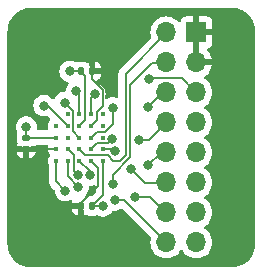
<source format=gbr>
%TF.GenerationSoftware,KiCad,Pcbnew,7.0.1-0*%
%TF.CreationDate,2023-05-08T09:26:49+02:00*%
%TF.ProjectId,KLST_SOIL,4b4c5354-5f53-44f4-994c-2e6b69636164,rev?*%
%TF.SameCoordinates,Original*%
%TF.FileFunction,Copper,L1,Top*%
%TF.FilePolarity,Positive*%
%FSLAX46Y46*%
G04 Gerber Fmt 4.6, Leading zero omitted, Abs format (unit mm)*
G04 Created by KiCad (PCBNEW 7.0.1-0) date 2023-05-08 09:26:49*
%MOMM*%
%LPD*%
G01*
G04 APERTURE LIST*
G04 Aperture macros list*
%AMRoundRect*
0 Rectangle with rounded corners*
0 $1 Rounding radius*
0 $2 $3 $4 $5 $6 $7 $8 $9 X,Y pos of 4 corners*
0 Add a 4 corners polygon primitive as box body*
4,1,4,$2,$3,$4,$5,$6,$7,$8,$9,$2,$3,0*
0 Add four circle primitives for the rounded corners*
1,1,$1+$1,$2,$3*
1,1,$1+$1,$4,$5*
1,1,$1+$1,$6,$7*
1,1,$1+$1,$8,$9*
0 Add four rect primitives between the rounded corners*
20,1,$1+$1,$2,$3,$4,$5,0*
20,1,$1+$1,$4,$5,$6,$7,0*
20,1,$1+$1,$6,$7,$8,$9,0*
20,1,$1+$1,$8,$9,$2,$3,0*%
G04 Aperture macros list end*
%TA.AperFunction,SMDPad,CuDef*%
%ADD10RoundRect,0.140000X0.140000X0.170000X-0.140000X0.170000X-0.140000X-0.170000X0.140000X-0.170000X0*%
%TD*%
%TA.AperFunction,SMDPad,CuDef*%
%ADD11RoundRect,0.140000X-0.140000X-0.170000X0.140000X-0.170000X0.140000X0.170000X-0.140000X0.170000X0*%
%TD*%
%TA.AperFunction,ComponentPad*%
%ADD12R,1.700000X1.700000*%
%TD*%
%TA.AperFunction,ComponentPad*%
%ADD13O,1.700000X1.700000*%
%TD*%
%TA.AperFunction,SMDPad,CuDef*%
%ADD14RoundRect,0.140000X0.170000X-0.140000X0.170000X0.140000X-0.170000X0.140000X-0.170000X-0.140000X0*%
%TD*%
%TA.AperFunction,SMDPad,CuDef*%
%ADD15C,0.370000*%
%TD*%
%TA.AperFunction,ViaPad*%
%ADD16C,0.800000*%
%TD*%
%TA.AperFunction,Conductor*%
%ADD17C,0.200000*%
%TD*%
G04 APERTURE END LIST*
D10*
%TO.P,C1,1*%
%TO.N,+3V3*%
X133180000Y-94400000D03*
%TO.P,C1,2*%
%TO.N,GND*%
X132220000Y-94400000D03*
%TD*%
D11*
%TO.P,C3,1*%
%TO.N,+3V3*%
X132220000Y-105800000D03*
%TO.P,C3,2*%
%TO.N,GND*%
X133180000Y-105800000D03*
%TD*%
D12*
%TO.P,J1,1,Pin_1*%
%TO.N,+3V3*%
X142000000Y-91100000D03*
D13*
%TO.P,J1,2,Pin_2*%
%TO.N,IO0*%
X139460000Y-91100000D03*
%TO.P,J1,3,Pin_3*%
%TO.N,+3V3*%
X142000000Y-93640000D03*
%TO.P,J1,4,Pin_4*%
%TO.N,ID1*%
X139460000Y-93640000D03*
%TO.P,J1,5,Pin_5*%
%TO.N,RST*%
X142000000Y-96180000D03*
%TO.P,J1,6,Pin_6*%
%TO.N,ID2*%
X139460000Y-96180000D03*
%TO.P,J1,7,Pin_7*%
%TO.N,NCS*%
X142000000Y-98720000D03*
%TO.P,J1,8,Pin_8*%
%TO.N,ID3*%
X139460000Y-98720000D03*
%TO.P,J1,9,Pin_9*%
%TO.N,CLK*%
X142000000Y-101260000D03*
%TO.P,J1,10,Pin_10*%
%TO.N,ID4*%
X139460000Y-101260000D03*
%TO.P,J1,11,Pin_11*%
%TO.N,DQS*%
X142000000Y-103800000D03*
%TO.P,J1,12,Pin_12*%
%TO.N,ID5*%
X139460000Y-103800000D03*
%TO.P,J1,13,Pin_13*%
%TO.N,GND*%
X142000000Y-106340000D03*
%TO.P,J1,14,Pin_14*%
%TO.N,ID6*%
X139460000Y-106340000D03*
%TO.P,J1,15,Pin_15*%
%TO.N,GND*%
X142000000Y-108880000D03*
%TO.P,J1,16,Pin_16*%
%TO.N,ID7*%
X139460000Y-108880000D03*
%TD*%
D14*
%TO.P,C2,1*%
%TO.N,+3V3*%
X127600000Y-100980000D03*
%TO.P,C2,2*%
%TO.N,GND*%
X127600000Y-100020000D03*
%TD*%
D15*
%TO.P,U2,A2,NC*%
%TO.N,unconnected-(U2-NC-PadA2)*%
X131100000Y-98000000D03*
%TO.P,U2,A3,~{CE(CS)}*%
%TO.N,NCS*%
X132100000Y-98000000D03*
%TO.P,U2,A4,~{RST}*%
%TO.N,RST*%
X133100000Y-98000000D03*
%TO.P,U2,A5,NC*%
%TO.N,unconnected-(U2-NC-PadA5)*%
X134100000Y-98000000D03*
%TO.P,U2,B1,NC*%
%TO.N,unconnected-(U2-NC-PadB1)*%
X130100000Y-99000000D03*
%TO.P,U2,B2,CLK*%
%TO.N,CLK*%
X131100000Y-99000000D03*
%TO.P,U2,B3,VSS*%
%TO.N,GND*%
X132100000Y-99000000D03*
%TO.P,U2,B4,VDD*%
%TO.N,+3V3*%
X133100000Y-99000000D03*
%TO.P,U2,B5,NC*%
%TO.N,unconnected-(U2-NC-PadB5)*%
X134100000Y-99000000D03*
%TO.P,U2,C1,VSSQ*%
%TO.N,GND*%
X130100000Y-100000000D03*
%TO.P,U2,C2,RSU*%
%TO.N,unconnected-(U2-RSU-PadC2)*%
X131100000Y-100000000D03*
%TO.P,U2,C3,DQS/DM(RWDS)*%
%TO.N,DQS*%
X132100000Y-100000000D03*
%TO.P,U2,C4,ADQ2*%
%TO.N,ID2*%
X133100000Y-100000000D03*
%TO.P,U2,C5,NC*%
%TO.N,unconnected-(U2-NC-PadC5)*%
X134100000Y-100000000D03*
%TO.P,U2,D1,VDDQ*%
%TO.N,+3V3*%
X130100000Y-101000000D03*
%TO.P,U2,D2,ADQ1*%
%TO.N,ID1*%
X131100000Y-101000000D03*
%TO.P,U2,D3,ADQ0*%
%TO.N,IO0*%
X132100000Y-101000000D03*
%TO.P,U2,D4,ADQ3*%
%TO.N,ID3*%
X133100000Y-101000000D03*
%TO.P,U2,D5,ADQ4*%
%TO.N,ID4*%
X134100000Y-101000000D03*
%TO.P,U2,E1,ADQ7*%
%TO.N,ID7*%
X130100000Y-102000000D03*
%TO.P,U2,E2,ADQ6*%
%TO.N,ID6*%
X131100000Y-102000000D03*
%TO.P,U2,E3,ADQ5*%
%TO.N,ID5*%
X132100000Y-102000000D03*
%TO.P,U2,E4,VDDQ*%
%TO.N,+3V3*%
X133100000Y-102000000D03*
%TO.P,U2,E5,VSSQ*%
%TO.N,GND*%
X134100000Y-102000000D03*
%TD*%
D16*
%TO.N,ID1*%
X131944622Y-103155378D03*
X134929472Y-103901000D03*
%TO.N,RST*%
X137986311Y-95060311D03*
X133400500Y-96301464D03*
%TO.N,GND*%
X127600000Y-99100000D03*
X131300000Y-94400000D03*
X134086455Y-105800000D03*
%TO.N,ID2*%
X134900999Y-97501283D03*
X137922000Y-97400000D03*
%TO.N,NCS*%
X131839243Y-96060757D03*
%TO.N,ID3*%
X137100000Y-100200000D03*
X134882425Y-100124297D03*
%TO.N,CLK*%
X129100000Y-97300000D03*
%TO.N,ID4*%
X137922000Y-102362000D03*
X135100218Y-101099782D03*
%TO.N,DQS*%
X130850000Y-97050000D03*
%TO.N,ID5*%
X136422229Y-102640229D03*
X132967487Y-103189000D03*
%TO.N,ID6*%
X132000000Y-104200000D03*
X136800000Y-105000000D03*
%TO.N,ID7*%
X135100000Y-105300000D03*
X130900000Y-104500000D03*
%TD*%
D17*
%TO.N,IO0*%
X139460000Y-91125000D02*
X136000999Y-94584001D01*
X134504099Y-101492906D02*
X132592906Y-101492906D01*
X134969971Y-101958778D02*
X134504099Y-101492906D01*
X132592906Y-101492906D02*
X132100000Y-101000000D01*
X136000999Y-94584001D02*
X136000999Y-101507236D01*
X136000999Y-101507236D02*
X135549457Y-101958778D01*
X135549457Y-101958778D02*
X134969971Y-101958778D01*
%TO.N,ID1*%
X131600500Y-101500500D02*
X131600500Y-102811256D01*
X131600500Y-102811256D02*
X131944622Y-103155378D01*
X134929472Y-103143743D02*
X134929472Y-103901000D01*
X136400500Y-95522419D02*
X136400500Y-101672715D01*
X139460000Y-93665000D02*
X138257919Y-93665000D01*
X136400500Y-101672715D02*
X134929472Y-103143743D01*
X131100000Y-101000000D02*
X131600500Y-101500500D01*
X138257919Y-93665000D02*
X136400500Y-95522419D01*
%TO.N,RST*%
X133100000Y-98000000D02*
X133100000Y-96601964D01*
X140795000Y-95000000D02*
X138046622Y-95000000D01*
X142000000Y-96205000D02*
X140795000Y-95000000D01*
X133100000Y-96601964D02*
X133400500Y-96301464D01*
X138046622Y-95000000D02*
X137986311Y-95060311D01*
%TO.N,GND*%
X127600000Y-100020000D02*
X127600000Y-99100000D01*
X132100000Y-99000000D02*
X132600000Y-98500000D01*
X132600000Y-94780000D02*
X132220000Y-94400000D01*
X134100000Y-104880000D02*
X133180000Y-105800000D01*
X132220000Y-94400000D02*
X131300000Y-94400000D01*
X130100000Y-100000000D02*
X127620000Y-100000000D01*
X133180000Y-105800000D02*
X134086455Y-105800000D01*
X127620000Y-100000000D02*
X127600000Y-100020000D01*
X134100000Y-102000000D02*
X134100000Y-104880000D01*
X132600000Y-98500000D02*
X132600000Y-94780000D01*
%TO.N,+3V3*%
X133180000Y-95080000D02*
X134100000Y-96000000D01*
X132220000Y-105800000D02*
X132220000Y-105580000D01*
X133100000Y-102000000D02*
X133700000Y-102600000D01*
X130100000Y-101000000D02*
X127620000Y-101000000D01*
X133600000Y-98500000D02*
X133100000Y-99000000D01*
X132220000Y-105580000D02*
X133700000Y-104100000D01*
X134100000Y-97314106D02*
X133600000Y-97814106D01*
X134100000Y-96000000D02*
X134100000Y-97314106D01*
X133180000Y-94400000D02*
X133180000Y-95080000D01*
X133600000Y-97814106D02*
X133600000Y-98500000D01*
X127620000Y-101000000D02*
X127600000Y-100980000D01*
X133700000Y-102600000D02*
X133700000Y-104100000D01*
%TO.N,ID2*%
X134900999Y-98884895D02*
X134900999Y-97501283D01*
X134270894Y-99515000D02*
X134900999Y-98884895D01*
X133585000Y-99515000D02*
X134270894Y-99515000D01*
X133100000Y-100000000D02*
X133585000Y-99515000D01*
X139460000Y-96205000D02*
X139117000Y-96205000D01*
X139117000Y-96205000D02*
X137922000Y-97400000D01*
%TO.N,NCS*%
X132100000Y-98000000D02*
X132100000Y-96321514D01*
X132100000Y-96321514D02*
X131839243Y-96060757D01*
%TO.N,ID3*%
X139460000Y-98745000D02*
X138005000Y-100200000D01*
X133100000Y-101000000D02*
X133600000Y-100500000D01*
X134506722Y-100500000D02*
X134882425Y-100124297D01*
X138005000Y-100200000D02*
X137100000Y-100200000D01*
X133600000Y-100500000D02*
X134506722Y-100500000D01*
%TO.N,CLK*%
X129400000Y-97300000D02*
X129100000Y-97300000D01*
X131100000Y-99000000D02*
X129400000Y-97300000D01*
%TO.N,ID4*%
X134100000Y-101000000D02*
X135000436Y-101000000D01*
X135000436Y-101000000D02*
X135100218Y-101099782D01*
X138999000Y-101285000D02*
X137922000Y-102362000D01*
X139460000Y-101285000D02*
X138999000Y-101285000D01*
%TO.N,DQS*%
X132100000Y-100000000D02*
X131585000Y-99485000D01*
X131585000Y-99485000D02*
X131585000Y-97785000D01*
X131585000Y-97785000D02*
X130850000Y-97050000D01*
%TO.N,ID5*%
X132100000Y-102000000D02*
X132967487Y-102867487D01*
X132967487Y-102867487D02*
X132967487Y-103189000D01*
X139460000Y-103825000D02*
X137607000Y-103825000D01*
X137607000Y-103825000D02*
X136422229Y-102640229D01*
%TO.N,ID6*%
X131100000Y-103300000D02*
X132000000Y-104200000D01*
X131100000Y-102000000D02*
X131100000Y-103300000D01*
X138095000Y-105000000D02*
X136800000Y-105000000D01*
X139460000Y-106365000D02*
X138095000Y-105000000D01*
%TO.N,ID7*%
X130100000Y-102000000D02*
X130100000Y-103700000D01*
X139460000Y-108880000D02*
X135880000Y-105300000D01*
X130100000Y-103700000D02*
X130900000Y-104500000D01*
X135880000Y-105300000D02*
X135100000Y-105300000D01*
%TD*%
%TA.AperFunction,Conductor*%
%TO.N,+3V3*%
G36*
X133443035Y-104024801D02*
G01*
X133484473Y-104069628D01*
X133499500Y-104128796D01*
X133499500Y-104579902D01*
X133490061Y-104627355D01*
X133463181Y-104667583D01*
X133177584Y-104953181D01*
X133137356Y-104980061D01*
X133089903Y-104989500D01*
X132975310Y-104989500D01*
X132963208Y-104990452D01*
X132939003Y-104992357D01*
X132768562Y-105041876D01*
X132768395Y-105041304D01*
X132716591Y-105054545D01*
X132650620Y-105032878D01*
X132606641Y-104979142D01*
X132598445Y-104910190D01*
X132628601Y-104847643D01*
X132732533Y-104732216D01*
X132827179Y-104568284D01*
X132885674Y-104388256D01*
X132905403Y-104200537D01*
X132925923Y-104144160D01*
X132970509Y-104104015D01*
X133028724Y-104089500D01*
X133062135Y-104089500D01*
X133185571Y-104063262D01*
X133247290Y-104050144D01*
X133304211Y-104024801D01*
X133325064Y-104015517D01*
X133385229Y-104005178D01*
X133443035Y-104024801D01*
G37*
%TD.AperFunction*%
%TA.AperFunction,Conductor*%
G36*
X144989829Y-89000764D02*
G01*
X145068476Y-89005919D01*
X145069046Y-89005958D01*
X145247474Y-89018727D01*
X145262796Y-89020791D01*
X145373534Y-89042817D01*
X145375399Y-89043206D01*
X145516135Y-89073820D01*
X145529607Y-89077559D01*
X145643088Y-89116080D01*
X145646427Y-89117268D01*
X145774724Y-89165120D01*
X145786216Y-89170082D01*
X145896172Y-89224306D01*
X145900672Y-89226643D01*
X146018410Y-89290931D01*
X146027852Y-89296648D01*
X146130883Y-89365490D01*
X146136230Y-89369274D01*
X146242655Y-89448942D01*
X146250077Y-89454960D01*
X146343630Y-89537003D01*
X146349533Y-89542532D01*
X146443253Y-89636252D01*
X146448800Y-89642174D01*
X146530814Y-89735693D01*
X146536853Y-89743141D01*
X146616493Y-89849526D01*
X146620328Y-89854946D01*
X146689139Y-89957928D01*
X146694869Y-89967392D01*
X146759117Y-90085054D01*
X146761497Y-90089636D01*
X146815710Y-90199567D01*
X146820680Y-90211079D01*
X146868497Y-90339282D01*
X146869734Y-90342755D01*
X146892278Y-90409166D01*
X146896692Y-90422170D01*
X146908232Y-90456163D01*
X146911979Y-90469666D01*
X146942560Y-90610250D01*
X146943011Y-90612415D01*
X146965002Y-90722968D01*
X146967069Y-90738314D01*
X146979945Y-90918342D01*
X146979995Y-90919077D01*
X146985020Y-90995735D01*
X146985286Y-91003846D01*
X146985286Y-108981734D01*
X146985020Y-108989845D01*
X146979832Y-109068992D01*
X146979782Y-109069726D01*
X146967079Y-109247360D01*
X146965012Y-109262706D01*
X146942852Y-109374112D01*
X146942401Y-109376278D01*
X146912006Y-109516008D01*
X146908260Y-109529508D01*
X146869575Y-109643470D01*
X146868350Y-109646912D01*
X146820729Y-109774588D01*
X146815759Y-109786098D01*
X146761349Y-109896431D01*
X146758969Y-109901014D01*
X146694943Y-110018269D01*
X146689214Y-110027732D01*
X146620176Y-110131056D01*
X146616340Y-110136476D01*
X146536970Y-110242502D01*
X146530931Y-110249951D01*
X146448657Y-110343766D01*
X146443110Y-110349688D01*
X146349688Y-110443110D01*
X146343766Y-110448657D01*
X146249951Y-110530931D01*
X146242502Y-110536970D01*
X146136476Y-110616340D01*
X146131056Y-110620176D01*
X146027732Y-110689214D01*
X146018269Y-110694943D01*
X145901014Y-110758969D01*
X145896431Y-110761349D01*
X145786098Y-110815759D01*
X145774588Y-110820729D01*
X145646912Y-110868350D01*
X145643470Y-110869575D01*
X145529509Y-110908260D01*
X145516008Y-110912006D01*
X145376278Y-110942401D01*
X145374112Y-110942852D01*
X145262706Y-110965012D01*
X145247360Y-110967079D01*
X145069726Y-110979782D01*
X145068992Y-110979832D01*
X144989845Y-110985020D01*
X144981734Y-110985286D01*
X128004053Y-110985286D01*
X127995942Y-110985020D01*
X127916005Y-110979780D01*
X127915276Y-110979730D01*
X127738537Y-110967098D01*
X127723185Y-110965031D01*
X127610906Y-110942697D01*
X127608740Y-110942246D01*
X127469896Y-110912042D01*
X127456395Y-110908295D01*
X127341902Y-110869429D01*
X127338427Y-110868192D01*
X127211319Y-110820783D01*
X127199810Y-110815813D01*
X127089069Y-110761202D01*
X127084485Y-110758822D01*
X126967653Y-110695027D01*
X126958194Y-110689300D01*
X126854518Y-110620025D01*
X126849107Y-110616196D01*
X126743420Y-110537078D01*
X126735972Y-110531040D01*
X126641870Y-110448515D01*
X126635948Y-110442968D01*
X126542823Y-110349843D01*
X126537288Y-110343934D01*
X126454748Y-110249814D01*
X126448710Y-110242366D01*
X126369595Y-110136680D01*
X126365760Y-110131260D01*
X126296495Y-110027597D01*
X126290769Y-110018141D01*
X126226977Y-109901313D01*
X126224598Y-109896731D01*
X126169974Y-109785964D01*
X126165004Y-109774453D01*
X126117594Y-109647340D01*
X126116395Y-109643972D01*
X126077497Y-109529380D01*
X126073751Y-109515881D01*
X126043540Y-109376999D01*
X126043099Y-109374880D01*
X126020762Y-109262579D01*
X126018699Y-109247263D01*
X126006182Y-109072231D01*
X126006131Y-109071496D01*
X126000765Y-108989621D01*
X126000500Y-108981512D01*
X126000500Y-106050000D01*
X131441210Y-106050000D01*
X131442854Y-106070915D01*
X131487967Y-106226194D01*
X131570281Y-106365379D01*
X131684620Y-106479718D01*
X131823803Y-106562031D01*
X131970000Y-106604504D01*
X131970000Y-106050000D01*
X131441210Y-106050000D01*
X126000500Y-106050000D01*
X126000500Y-101230000D01*
X126795496Y-101230000D01*
X126837968Y-101376196D01*
X126920281Y-101515379D01*
X127034620Y-101629718D01*
X127173805Y-101712032D01*
X127329082Y-101757144D01*
X127349999Y-101758790D01*
X127350000Y-101758790D01*
X127350000Y-101230000D01*
X127850000Y-101230000D01*
X127850000Y-101758790D01*
X127870915Y-101757145D01*
X128026194Y-101712032D01*
X128165379Y-101629718D01*
X128279718Y-101515379D01*
X128362031Y-101376196D01*
X128404504Y-101230000D01*
X127850000Y-101230000D01*
X127350000Y-101230000D01*
X126795496Y-101230000D01*
X126000500Y-101230000D01*
X126000500Y-99100000D01*
X126694540Y-99100000D01*
X126701399Y-99165256D01*
X126714326Y-99288257D01*
X126772820Y-99468284D01*
X126819425Y-99549006D01*
X126835140Y-99596109D01*
X126831115Y-99645601D01*
X126798317Y-99758495D01*
X126792357Y-99779008D01*
X126789500Y-99815312D01*
X126789500Y-100224688D01*
X126792357Y-100260996D01*
X126837504Y-100416391D01*
X126837505Y-100416393D01*
X126837506Y-100416395D01*
X126849910Y-100437369D01*
X126867178Y-100500488D01*
X126849912Y-100563609D01*
X126837968Y-100583805D01*
X126795496Y-100730000D01*
X127101647Y-100730000D01*
X127164768Y-100747268D01*
X127173605Y-100752494D01*
X127329003Y-100797642D01*
X127329007Y-100797643D01*
X127365310Y-100800500D01*
X127834688Y-100800500D01*
X127834690Y-100800500D01*
X127870993Y-100797643D01*
X128026395Y-100752494D01*
X128035231Y-100747268D01*
X128098353Y-100730000D01*
X128404505Y-100730000D01*
X128411027Y-100721312D01*
X128410052Y-100702222D01*
X128432873Y-100650048D01*
X128476609Y-100613576D01*
X128532034Y-100600500D01*
X129339258Y-100600500D01*
X129396884Y-100614703D01*
X129441308Y-100654060D01*
X129462354Y-100709553D01*
X129455200Y-100768471D01*
X129430020Y-100834864D01*
X129409968Y-100999999D01*
X129430020Y-101165135D01*
X129489008Y-101320673D01*
X129563862Y-101429119D01*
X129583306Y-101474756D01*
X129583306Y-101524362D01*
X129563863Y-101569998D01*
X129488561Y-101679092D01*
X129429531Y-101834743D01*
X129409464Y-102000000D01*
X129429531Y-102165256D01*
X129491442Y-102328503D01*
X129499500Y-102372474D01*
X129499500Y-103652513D01*
X129498439Y-103668699D01*
X129494317Y-103700000D01*
X129499500Y-103739360D01*
X129499500Y-103739361D01*
X129514956Y-103856762D01*
X129575463Y-104002840D01*
X129671716Y-104128281D01*
X129696768Y-104147503D01*
X129708964Y-104158199D01*
X129958065Y-104407300D01*
X129987269Y-104453583D01*
X129991255Y-104487241D01*
X129993178Y-104487039D01*
X129994540Y-104499999D01*
X129994540Y-104500000D01*
X130001717Y-104568284D01*
X130014326Y-104688257D01*
X130072820Y-104868284D01*
X130167466Y-105032216D01*
X130294129Y-105172889D01*
X130447269Y-105284151D01*
X130620197Y-105361144D01*
X130805352Y-105400500D01*
X130805354Y-105400500D01*
X130994646Y-105400500D01*
X130994648Y-105400500D01*
X131121178Y-105373605D01*
X131179803Y-105361144D01*
X131249380Y-105330166D01*
X131293935Y-105310329D01*
X131362806Y-105300986D01*
X131425885Y-105330166D01*
X131463356Y-105388700D01*
X131463448Y-105458202D01*
X131442855Y-105529085D01*
X131441209Y-105549999D01*
X131441210Y-105550000D01*
X132275500Y-105550000D01*
X132337500Y-105566613D01*
X132382887Y-105612000D01*
X132399500Y-105674000D01*
X132399500Y-106034688D01*
X132402357Y-106070996D01*
X132447505Y-106226394D01*
X132452732Y-106235232D01*
X132470000Y-106298353D01*
X132470000Y-106604504D01*
X132616193Y-106562032D01*
X132636383Y-106550091D01*
X132699506Y-106532821D01*
X132762629Y-106550089D01*
X132783605Y-106562494D01*
X132939003Y-106607642D01*
X132939007Y-106607643D01*
X132975310Y-106610500D01*
X133384688Y-106610500D01*
X133384690Y-106610500D01*
X133420993Y-106607643D01*
X133538075Y-106573626D01*
X133581105Y-106568990D01*
X133623107Y-106579424D01*
X133806652Y-106661144D01*
X133991807Y-106700500D01*
X133991809Y-106700500D01*
X134181101Y-106700500D01*
X134181103Y-106700500D01*
X134304538Y-106674262D01*
X134366258Y-106661144D01*
X134539185Y-106584151D01*
X134682376Y-106480117D01*
X134692325Y-106472889D01*
X134818987Y-106332217D01*
X134838539Y-106298353D01*
X134862047Y-106257634D01*
X134896548Y-106219317D01*
X134943653Y-106198345D01*
X134995215Y-106198345D01*
X135005354Y-106200500D01*
X135194646Y-106200500D01*
X135194648Y-106200500D01*
X135318083Y-106174262D01*
X135379803Y-106161144D01*
X135552730Y-106084151D01*
X135618909Y-106036068D01*
X135672392Y-106013915D01*
X135730109Y-106018457D01*
X135779472Y-106048707D01*
X138127233Y-108396468D01*
X138159327Y-108452055D01*
X138159327Y-108516242D01*
X138124936Y-108644592D01*
X138104340Y-108880000D01*
X138124936Y-109115407D01*
X138125338Y-109116906D01*
X138186097Y-109343663D01*
X138285965Y-109557830D01*
X138421505Y-109751401D01*
X138588599Y-109918495D01*
X138782170Y-110054035D01*
X138996337Y-110153903D01*
X139224592Y-110215063D01*
X139460000Y-110235659D01*
X139695408Y-110215063D01*
X139923663Y-110153903D01*
X140137830Y-110054035D01*
X140331401Y-109918495D01*
X140498495Y-109751401D01*
X140628426Y-109565839D01*
X140672743Y-109526975D01*
X140730000Y-109512964D01*
X140787257Y-109526975D01*
X140831573Y-109565839D01*
X140961505Y-109751401D01*
X141128599Y-109918495D01*
X141322170Y-110054035D01*
X141536337Y-110153903D01*
X141764592Y-110215063D01*
X142000000Y-110235659D01*
X142235408Y-110215063D01*
X142463663Y-110153903D01*
X142677830Y-110054035D01*
X142871401Y-109918495D01*
X143038495Y-109751401D01*
X143174035Y-109557830D01*
X143273903Y-109343663D01*
X143335063Y-109115408D01*
X143355659Y-108880000D01*
X143335063Y-108644592D01*
X143273903Y-108416337D01*
X143174035Y-108202171D01*
X143038495Y-108008599D01*
X142871401Y-107841505D01*
X142685839Y-107711573D01*
X142646976Y-107667257D01*
X142632965Y-107610000D01*
X142646976Y-107552743D01*
X142685839Y-107508426D01*
X142871401Y-107378495D01*
X143038495Y-107211401D01*
X143174035Y-107017830D01*
X143273903Y-106803663D01*
X143335063Y-106575408D01*
X143355659Y-106340000D01*
X143335063Y-106104592D01*
X143273903Y-105876337D01*
X143174035Y-105662171D01*
X143038495Y-105468599D01*
X142871401Y-105301505D01*
X142685839Y-105171573D01*
X142646975Y-105127257D01*
X142632964Y-105070000D01*
X142646975Y-105012743D01*
X142685839Y-104968426D01*
X142871401Y-104838495D01*
X143038495Y-104671401D01*
X143174035Y-104477830D01*
X143273903Y-104263663D01*
X143335063Y-104035408D01*
X143355659Y-103800000D01*
X143335063Y-103564592D01*
X143273903Y-103336337D01*
X143174035Y-103122171D01*
X143038495Y-102928599D01*
X142871401Y-102761505D01*
X142685839Y-102631573D01*
X142646975Y-102587257D01*
X142632964Y-102530000D01*
X142646975Y-102472743D01*
X142685839Y-102428426D01*
X142871401Y-102298495D01*
X143038495Y-102131401D01*
X143174035Y-101937830D01*
X143273903Y-101723663D01*
X143335063Y-101495408D01*
X143355659Y-101260000D01*
X143335063Y-101024592D01*
X143273903Y-100796337D01*
X143174035Y-100582171D01*
X143038495Y-100388599D01*
X142871401Y-100221505D01*
X142685839Y-100091573D01*
X142646975Y-100047257D01*
X142632964Y-99990000D01*
X142646975Y-99932743D01*
X142685839Y-99888426D01*
X142871401Y-99758495D01*
X143038495Y-99591401D01*
X143174035Y-99397830D01*
X143273903Y-99183663D01*
X143335063Y-98955408D01*
X143355659Y-98720000D01*
X143335063Y-98484592D01*
X143273903Y-98256337D01*
X143174035Y-98042171D01*
X143038495Y-97848599D01*
X142871401Y-97681505D01*
X142685839Y-97551573D01*
X142646974Y-97507255D01*
X142632964Y-97449999D01*
X142646975Y-97392742D01*
X142685837Y-97348428D01*
X142871401Y-97218495D01*
X143038495Y-97051401D01*
X143174035Y-96857830D01*
X143273903Y-96643663D01*
X143335063Y-96415408D01*
X143355659Y-96180000D01*
X143335063Y-95944592D01*
X143273903Y-95716337D01*
X143174035Y-95502171D01*
X143038495Y-95308599D01*
X142871401Y-95141505D01*
X142685402Y-95011267D01*
X142646539Y-94966951D01*
X142632528Y-94909694D01*
X142646539Y-94852437D01*
X142685405Y-94808119D01*
X142871078Y-94678109D01*
X143038106Y-94511081D01*
X143173600Y-94317576D01*
X143273430Y-94103492D01*
X143330636Y-93890000D01*
X141874000Y-93890000D01*
X141812000Y-93873387D01*
X141766613Y-93828000D01*
X141750000Y-93766000D01*
X141750000Y-91350000D01*
X142250000Y-91350000D01*
X142250000Y-93390000D01*
X143330636Y-93390000D01*
X143330635Y-93389999D01*
X143273430Y-93176507D01*
X143173599Y-92962421D01*
X143038109Y-92768921D01*
X142915665Y-92646477D01*
X142884369Y-92593731D01*
X142882180Y-92532438D01*
X142909633Y-92477593D01*
X142960013Y-92442614D01*
X143092088Y-92393352D01*
X143207188Y-92307188D01*
X143293352Y-92192089D01*
X143343597Y-92057375D01*
X143350000Y-91997824D01*
X143350000Y-91350000D01*
X142250000Y-91350000D01*
X141750000Y-91350000D01*
X141750000Y-89750000D01*
X142250000Y-89750000D01*
X142250000Y-90850000D01*
X143350000Y-90850000D01*
X143350000Y-90202176D01*
X143343597Y-90142624D01*
X143293352Y-90007910D01*
X143207188Y-89892811D01*
X143092089Y-89806647D01*
X142957375Y-89756402D01*
X142897824Y-89750000D01*
X142250000Y-89750000D01*
X141750000Y-89750000D01*
X141102176Y-89750000D01*
X141042624Y-89756402D01*
X140907910Y-89806647D01*
X140792811Y-89892811D01*
X140706646Y-90007913D01*
X140657576Y-90139472D01*
X140622597Y-90189850D01*
X140567753Y-90217303D01*
X140506460Y-90215114D01*
X140453714Y-90183818D01*
X140331404Y-90061508D01*
X140331401Y-90061505D01*
X140137830Y-89925965D01*
X139923663Y-89826097D01*
X139851074Y-89806647D01*
X139695407Y-89764936D01*
X139459999Y-89744340D01*
X139224592Y-89764936D01*
X138996336Y-89826097D01*
X138782170Y-89925965D01*
X138588598Y-90061505D01*
X138421505Y-90228598D01*
X138285965Y-90422170D01*
X138186097Y-90636336D01*
X138124936Y-90864592D01*
X138104340Y-91099999D01*
X138124936Y-91335406D01*
X138164610Y-91483473D01*
X138164610Y-91547660D01*
X138132516Y-91603247D01*
X135609964Y-94125799D01*
X135597773Y-94136491D01*
X135572720Y-94155716D01*
X135572718Y-94155717D01*
X135572717Y-94155719D01*
X135500339Y-94250044D01*
X135485475Y-94269414D01*
X135476461Y-94281162D01*
X135415955Y-94427238D01*
X135395316Y-94584000D01*
X135398921Y-94611377D01*
X135399224Y-94613681D01*
X135399438Y-94615302D01*
X135400499Y-94631488D01*
X135400499Y-96547011D01*
X135385472Y-96606179D01*
X135344034Y-96651006D01*
X135286228Y-96670629D01*
X135226063Y-96660291D01*
X135180802Y-96640139D01*
X135180801Y-96640138D01*
X135180797Y-96640137D01*
X134995647Y-96600783D01*
X134995645Y-96600783D01*
X134806353Y-96600783D01*
X134806351Y-96600783D01*
X134621196Y-96640138D01*
X134448264Y-96717133D01*
X134448098Y-96717254D01*
X134447150Y-96717629D01*
X134436363Y-96722432D01*
X134436161Y-96721979D01*
X134390754Y-96739953D01*
X134329567Y-96732220D01*
X134279674Y-96695967D01*
X134253417Y-96640163D01*
X134257289Y-96578616D01*
X134286174Y-96489720D01*
X134305960Y-96301464D01*
X134286174Y-96113208D01*
X134227679Y-95933180D01*
X134227679Y-95933179D01*
X134133033Y-95769247D01*
X134006370Y-95628574D01*
X133853230Y-95517312D01*
X133680302Y-95440319D01*
X133549893Y-95412600D01*
X133492124Y-95382937D01*
X133457271Y-95328143D01*
X133454891Y-95263247D01*
X133485639Y-95206048D01*
X133541080Y-95172233D01*
X133576197Y-95162030D01*
X133715379Y-95079718D01*
X133829718Y-94965379D01*
X133912032Y-94826194D01*
X133957144Y-94670917D01*
X133958790Y-94650000D01*
X133278984Y-94650000D01*
X133231531Y-94640561D01*
X133191303Y-94613681D01*
X133164423Y-94573453D01*
X133124537Y-94477161D01*
X133124536Y-94477160D01*
X133124536Y-94477159D01*
X133076806Y-94414956D01*
X133028282Y-94351718D01*
X133028283Y-94351718D01*
X133026124Y-94348905D01*
X133007081Y-94313277D01*
X133000500Y-94273419D01*
X133000500Y-94165312D01*
X132999295Y-94150000D01*
X132997643Y-94129007D01*
X132952494Y-93973605D01*
X132947268Y-93964768D01*
X132930000Y-93901647D01*
X132930000Y-93595496D01*
X133430000Y-93595496D01*
X133430000Y-94150000D01*
X133958790Y-94150000D01*
X133957145Y-94129084D01*
X133912032Y-93973805D01*
X133829718Y-93834620D01*
X133715379Y-93720281D01*
X133576196Y-93637968D01*
X133430000Y-93595496D01*
X132930000Y-93595496D01*
X132783805Y-93637968D01*
X132763609Y-93649912D01*
X132700488Y-93667178D01*
X132637369Y-93649910D01*
X132616395Y-93637506D01*
X132616393Y-93637505D01*
X132616391Y-93637504D01*
X132460996Y-93592357D01*
X132439211Y-93590642D01*
X132424690Y-93589500D01*
X132015310Y-93589500D01*
X132003208Y-93590452D01*
X131979003Y-93592357D01*
X131852604Y-93629080D01*
X131796698Y-93632159D01*
X131765595Y-93618992D01*
X131764635Y-93621149D01*
X131579802Y-93538855D01*
X131394648Y-93499500D01*
X131394646Y-93499500D01*
X131205354Y-93499500D01*
X131205352Y-93499500D01*
X131020197Y-93538855D01*
X130847269Y-93615848D01*
X130694129Y-93727110D01*
X130567466Y-93867783D01*
X130472820Y-94031715D01*
X130414326Y-94211742D01*
X130394540Y-94399999D01*
X130414326Y-94588257D01*
X130472820Y-94768284D01*
X130567466Y-94932216D01*
X130694129Y-95072889D01*
X130847269Y-95184151D01*
X131020197Y-95261144D01*
X131084818Y-95274880D01*
X131142010Y-95304020D01*
X131176969Y-95357851D01*
X131180328Y-95421950D01*
X131151188Y-95479142D01*
X131106709Y-95528540D01*
X131012063Y-95692472D01*
X130953569Y-95872499D01*
X130953568Y-95872501D01*
X130953569Y-95872501D01*
X130936126Y-96038463D01*
X130915607Y-96094840D01*
X130871021Y-96134985D01*
X130812806Y-96149500D01*
X130755352Y-96149500D01*
X130570197Y-96188855D01*
X130397269Y-96265848D01*
X130244129Y-96377110D01*
X130117466Y-96517783D01*
X130022819Y-96681717D01*
X130018180Y-96695996D01*
X129983221Y-96749827D01*
X129926030Y-96778966D01*
X129861932Y-96775607D01*
X129808100Y-96740648D01*
X129705870Y-96627110D01*
X129552730Y-96515848D01*
X129379802Y-96438855D01*
X129194648Y-96399500D01*
X129194646Y-96399500D01*
X129005354Y-96399500D01*
X129005352Y-96399500D01*
X128820197Y-96438855D01*
X128647269Y-96515848D01*
X128494129Y-96627110D01*
X128367466Y-96767783D01*
X128272820Y-96931715D01*
X128214326Y-97111742D01*
X128194540Y-97300000D01*
X128214326Y-97488257D01*
X128272820Y-97668284D01*
X128367466Y-97832216D01*
X128494129Y-97972889D01*
X128647269Y-98084151D01*
X128820197Y-98161144D01*
X129005352Y-98200500D01*
X129005354Y-98200500D01*
X129194646Y-98200500D01*
X129194648Y-98200500D01*
X129340426Y-98169514D01*
X129401425Y-98171910D01*
X129453888Y-98203123D01*
X129601189Y-98350424D01*
X129633905Y-98408429D01*
X129631894Y-98474994D01*
X129595737Y-98530919D01*
X129583127Y-98542090D01*
X129488561Y-98679091D01*
X129429531Y-98834743D01*
X129409464Y-99000000D01*
X129429531Y-99165256D01*
X129454665Y-99231529D01*
X129461819Y-99290447D01*
X129440773Y-99345940D01*
X129396349Y-99385297D01*
X129338723Y-99399500D01*
X128611697Y-99399500D01*
X128545987Y-99380658D01*
X128500246Y-99329858D01*
X128488376Y-99262541D01*
X128505460Y-99100000D01*
X128485674Y-98911744D01*
X128427179Y-98731716D01*
X128427179Y-98731715D01*
X128332533Y-98567783D01*
X128205870Y-98427110D01*
X128052730Y-98315848D01*
X127879802Y-98238855D01*
X127694648Y-98199500D01*
X127694646Y-98199500D01*
X127505354Y-98199500D01*
X127505352Y-98199500D01*
X127320197Y-98238855D01*
X127147269Y-98315848D01*
X126994129Y-98427110D01*
X126867466Y-98567783D01*
X126772820Y-98731715D01*
X126714326Y-98911742D01*
X126709737Y-98955406D01*
X126694540Y-99100000D01*
X126000500Y-99100000D01*
X126000500Y-91004065D01*
X126000765Y-90995956D01*
X126005992Y-90916193D01*
X126018709Y-90738407D01*
X126020771Y-90723099D01*
X126042955Y-90611573D01*
X126043364Y-90609606D01*
X126073788Y-90469749D01*
X126077519Y-90456305D01*
X126116243Y-90342230D01*
X126117404Y-90338967D01*
X126165068Y-90211177D01*
X126170017Y-90199713D01*
X126224481Y-90089272D01*
X126226777Y-90084851D01*
X126290855Y-89967501D01*
X126296562Y-89958075D01*
X126365639Y-89854694D01*
X126369425Y-89849344D01*
X126448850Y-89743246D01*
X126454823Y-89735878D01*
X126537161Y-89641989D01*
X126542648Y-89636131D01*
X126636131Y-89542648D01*
X126641989Y-89537161D01*
X126735878Y-89454823D01*
X126743246Y-89448850D01*
X126849344Y-89369425D01*
X126854694Y-89365639D01*
X126958075Y-89296562D01*
X126967501Y-89290855D01*
X127084851Y-89226777D01*
X127089272Y-89224481D01*
X127199713Y-89170017D01*
X127211177Y-89165068D01*
X127338967Y-89117404D01*
X127342230Y-89116243D01*
X127456305Y-89077519D01*
X127469749Y-89073788D01*
X127609606Y-89043364D01*
X127611573Y-89042955D01*
X127723099Y-89020771D01*
X127738407Y-89018709D01*
X127916193Y-89005992D01*
X127995957Y-89000764D01*
X128004065Y-89000500D01*
X144981721Y-89000500D01*
X144989829Y-89000764D01*
G37*
%TD.AperFunction*%
%TD*%
M02*

</source>
